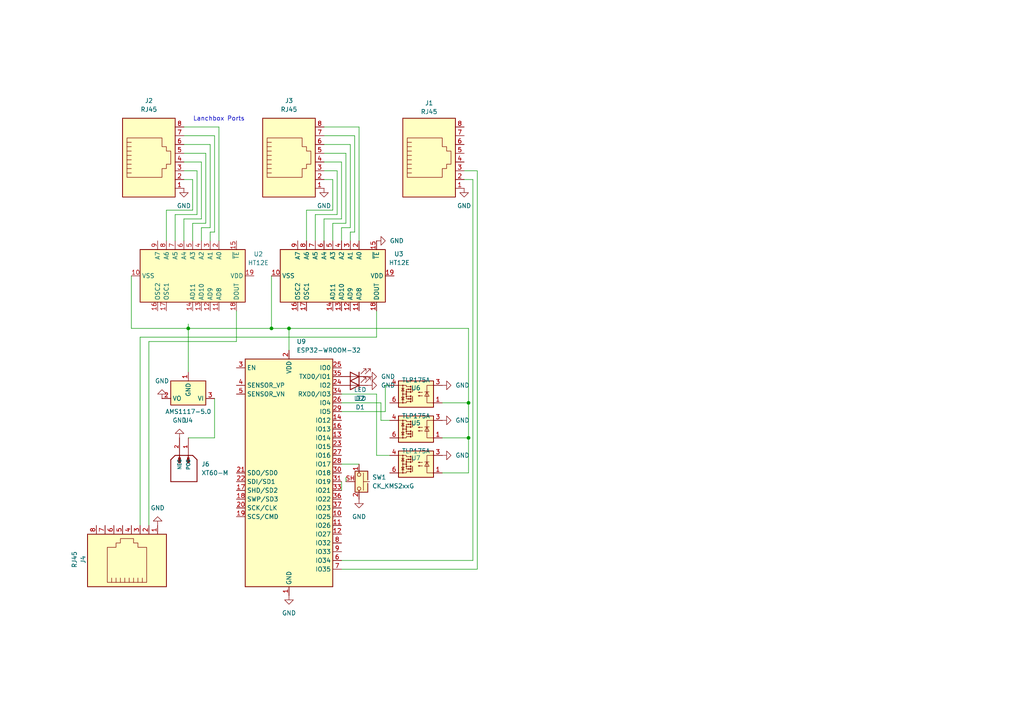
<source format=kicad_sch>
(kicad_sch (version 20231120) (generator "eeschema") (generator_version "8.0")
  (paper "A4")
  (lib_symbols
    (symbol "Connector:RJ45" (pin_names (offset 1.016))
      (property "Reference" "J" (at -5.08 13.97 0))
      (property "Value" "RJ45" (at 2.54 13.97 0))
      (symbol "RJ45_0_1"
        (polyline (pts (xy -5.08 4.445) (xy -6.35 4.445)))
        (polyline (pts (xy -5.08 5.715) (xy -6.35 5.715)))
        (polyline (pts (xy -6.35 -3.175) (xy -5.08 -3.175) (xy -5.08 -3.175)))
        (polyline (pts (xy -6.35 -1.905) (xy -5.08 -1.905) (xy -5.08 -1.905)))
        (polyline (pts (xy -6.35 -0.635) (xy -5.08 -0.635) (xy -5.08 -0.635)))
        (polyline (pts (xy -6.35 0.635) (xy -5.08 0.635) (xy -5.08 0.635)))
        (polyline (pts (xy -6.35 1.905) (xy -5.08 1.905) (xy -5.08 1.905)))
        (polyline (pts (xy -5.08 3.175) (xy -6.35 3.175) (xy -6.35 3.175)))
        (polyline (pts (xy -6.35 -4.445) (xy -6.35 6.985) (xy 3.81 6.985) (xy 3.81 4.445) (xy 5.08 4.445) (xy 5.08 3.175) (xy 6.35 3.175) (xy 6.35 -0.635) (xy 5.08 -0.635) (xy 5.08 -1.905) (xy 3.81 -1.905) (xy 3.81 -4.445) (xy -6.35 -4.445) (xy -6.35 -4.445)))
        (rectangle (start 7.62 12.7) (end -7.62 -10.16) (stroke (width 0.254)) (fill (type background)))
      )
      (symbol "RJ45_1_1"
        (pin passive line (at 10.16 -7.62 180) (length 2.54) (name "~") (number "1"))
        (pin passive line (at 10.16 -5.08 180) (length 2.54) (name "~") (number "2"))
        (pin passive line (at 10.16 -2.54 180) (length 2.54) (name "~") (number "3"))
        (pin passive line (at 10.16 0 180) (length 2.54) (name "~") (number "4"))
        (pin passive line (at 10.16 2.54 180) (length 2.54) (name "~") (number "5"))
        (pin passive line (at 10.16 5.08 180) (length 2.54) (name "~") (number "6"))
        (pin passive line (at 10.16 7.62 180) (length 2.54) (name "~") (number "7"))
        (pin passive line (at 10.16 10.16 180) (length 2.54) (name "~") (number "8"))
      )
    )
    (symbol "Device:LED" (pin_numbers hide) (pin_names (offset 1.016) hide)
      (property "Reference" "D" (at 0 2.54 0))
      (property "Value" "LED" (at 0 -2.54 0))
      (symbol "LED_0_1"
        (polyline (pts (xy -1.27 -1.27) (xy -1.27 1.27)) (stroke (width 0.254)))
        (polyline (pts (xy -1.27 0) (xy 1.27 0)))
        (polyline (pts (xy 1.27 -1.27) (xy 1.27 1.27) (xy -1.27 0) (xy 1.27 -1.27)) (stroke (width 0.254)))
        (polyline (pts (xy -3.048 -0.762) (xy -4.572 -2.286) (xy -3.81 -2.286) (xy -4.572 -2.286) (xy -4.572 -1.524)))
        (polyline (pts (xy -1.778 -0.762) (xy -3.302 -2.286) (xy -2.54 -2.286) (xy -3.302 -2.286) (xy -3.302 -1.524)))
      )
      (symbol "LED_1_1"
        (pin passive line (at -3.81 0 0) (length 2.54) (name "K") (number "1"))
        (pin passive line (at 3.81 0 180) (length 2.54) (name "A") (number "2"))
      )
    )
    (symbol "GND_8" (power) (pin_names (offset 0))
      (property "Value" "GND_8" (at 0 -3.81 0))
      (symbol "GND_8_0_1"
        (polyline (pts (xy 0 0) (xy 0 -1.27) (xy 1.27 -1.27) (xy 0 -2.54) (xy -1.27 -1.27) (xy 0 -1.27)))
      )
      (symbol "GND_8_1_1"
        (pin power_in line (at 0 0 270) (length 0) hide (name "GND") (number "1"))
      )
    )
    (symbol "Interface:HT12E"
      (property "Reference" "U" (at -6.35 16.51 0))
      (property "Value" "HT12E" (at 6.35 16.51 0))
      (symbol "HT12E_1_1"
        (rectangle (start -7.62 15.24) (end 7.62 -15.24) (stroke (width 0.254)) (fill (type background)))
        (pin no_connect line (at 7.62 -2.54 180) (length 2.54) hide (name "NC") (number "1"))
        (pin power_in line (at 0 -17.78 90) (length 2.54) (name "VSS") (number "10"))
        (pin output line (at 10.16 7.62 180) (length 2.54) (name "AD8") (number "11"))
        (pin output line (at 10.16 5.08 180) (length 2.54) (name "AD9") (number "12"))
        (pin output line (at 10.16 2.54 180) (length 2.54) (name "AD10") (number "13"))
        (pin output line (at 10.16 0 180) (length 2.54) (name "AD11") (number "14"))
        (pin input line (at -10.16 12.7 0) (length 2.54) (name "~{TE}") (number "15"))
        (pin output line (at 10.16 -10.16 180) (length 2.54) (name "OSC2") (number "16"))
        (pin input line (at 10.16 -7.62 180) (length 2.54) (name "OSC1") (number "17"))
        (pin output line (at 10.16 12.7 180) (length 2.54) (name "DOUT") (number "18"))
        (pin power_in line (at 0 17.78 270) (length 2.54) (name "VDD") (number "19"))
        (pin input line (at -10.16 7.62 0) (length 2.54) (name "A0") (number "2"))
        (pin no_connect line (at 7.62 -5.08 180) (length 2.54) hide (name "NC") (number "20"))
        (pin input line (at -10.16 5.08 0) (length 2.54) (name "A1") (number "3"))
        (pin input line (at -10.16 2.54 0) (length 2.54) (name "A2") (number "4"))
        (pin input line (at -10.16 0 0) (length 2.54) (name "A3") (number "5"))
        (pin input line (at -10.16 -2.54 0) (length 2.54) (name "A4") (number "6"))
        (pin input line (at -10.16 -5.08 0) (length 2.54) (name "A5") (number "7"))
        (pin input line (at -10.16 -7.62 0) (length 2.54) (name "A6") (number "8"))
        (pin input line (at -10.16 -10.16 0) (length 2.54) (name "A7") (number "9"))
      )
    )
    (symbol "LaunchboxPCBLib:XT60-M" (pin_names (offset 1.016))
      (property "Reference" "J2" (at -3.81 7.62 0))
      (property "Value" "XT60-M" (at -3.81 5.08 0))
      (symbol "XT60-M_0_0"
        (polyline (pts (xy 0 -1.27) (xy 1.27 -2.54)) (stroke (width 0.254)))
        (polyline (pts (xy 0 0) (xy 1.905 0)) (stroke (width 0.254)))
        (polyline (pts (xy 0 2.54) (xy 0 -1.27)) (stroke (width 0.254)))
        (polyline (pts (xy 0 2.54) (xy 1.905 2.54)) (stroke (width 0.254)))
        (polyline (pts (xy 0 3.81) (xy 0 2.54)) (stroke (width 0.254)))
        (polyline (pts (xy 0 3.81) (xy 1.27 5.08)) (stroke (width 0.254)))
        (polyline (pts (xy 1.27 -2.54) (xy 7.62 -2.54)) (stroke (width 0.254)))
        (polyline (pts (xy 7.62 -2.54) (xy 7.62 5.08)) (stroke (width 0.254)))
        (polyline (pts (xy 7.62 5.08) (xy 1.27 5.08)) (stroke (width 0.254)))
        (rectangle (start 0.635 -0.3175) (end 2.2225 0.3175) (stroke (width 0.1)) (fill (type outline)))
        (rectangle (start 0.635 2.2225) (end 2.2225 2.8575) (stroke (width 0.1)) (fill (type outline)))
        (pin passive line (at -5.08 2.54 0) (length 5.08) (name "POS") (number "1"))
        (pin passive line (at -5.08 0 0) (length 5.08) (name "NEG") (number "2"))
      )
    )
    (symbol "RF_Module:ESP32-WROOM-32"
      (property "Reference" "U" (at -12.7 34.29 0))
      (property "Value" "ESP32-WROOM-32" (at 1.27 34.29 0))
      (symbol "ESP32-WROOM-32_0_1"
        (rectangle (start -12.7 33.02) (end 12.7 -33.02) (stroke (width 0.254)) (fill (type background)))
      )
      (symbol "ESP32-WROOM-32_1_1"
        (pin power_in line (at 0 -35.56 90) (length 2.54) (name "GND") (number "1"))
        (pin bidirectional line (at 15.24 -12.7 180) (length 2.54) (name "IO25") (number "10"))
        (pin bidirectional line (at 15.24 -15.24 180) (length 2.54) (name "IO26") (number "11"))
        (pin bidirectional line (at 15.24 -17.78 180) (length 2.54) (name "IO27") (number "12"))
        (pin bidirectional line (at 15.24 10.16 180) (length 2.54) (name "IO14") (number "13"))
        (pin bidirectional line (at 15.24 15.24 180) (length 2.54) (name "IO12") (number "14"))
        (pin passive line (at 0 -35.56 90) (length 2.54) hide (name "GND") (number "15"))
        (pin bidirectional line (at 15.24 12.7 180) (length 2.54) (name "IO13") (number "16"))
        (pin bidirectional line (at -15.24 -5.08 0) (length 2.54) (name "SHD/SD2") (number "17"))
        (pin bidirectional line (at -15.24 -7.62 0) (length 2.54) (name "SWP/SD3") (number "18"))
        (pin bidirectional line (at -15.24 -12.7 0) (length 2.54) (name "SCS/CMD") (number "19"))
        (pin power_in line (at 0 35.56 270) (length 2.54) (name "VDD") (number "2"))
        (pin bidirectional line (at -15.24 -10.16 0) (length 2.54) (name "SCK/CLK") (number "20"))
        (pin bidirectional line (at -15.24 0 0) (length 2.54) (name "SDO/SD0") (number "21"))
        (pin bidirectional line (at -15.24 -2.54 0) (length 2.54) (name "SDI/SD1") (number "22"))
        (pin bidirectional line (at 15.24 7.62 180) (length 2.54) (name "IO15") (number "23"))
        (pin bidirectional line (at 15.24 25.4 180) (length 2.54) (name "IO2") (number "24"))
        (pin bidirectional line (at 15.24 30.48 180) (length 2.54) (name "IO0") (number "25"))
        (pin bidirectional line (at 15.24 20.32 180) (length 2.54) (name "IO4") (number "26"))
        (pin bidirectional line (at 15.24 5.08 180) (length 2.54) (name "IO16") (number "27"))
        (pin bidirectional line (at 15.24 2.54 180) (length 2.54) (name "IO17") (number "28"))
        (pin bidirectional line (at 15.24 17.78 180) (length 2.54) (name "IO5") (number "29"))
        (pin input line (at -15.24 30.48 0) (length 2.54) (name "EN") (number "3"))
        (pin bidirectional line (at 15.24 0 180) (length 2.54) (name "IO18") (number "30"))
        (pin bidirectional line (at 15.24 -2.54 180) (length 2.54) (name "IO19") (number "31"))
        (pin no_connect line (at -12.7 -27.94 0) (length 2.54) hide (name "NC") (number "32"))
        (pin bidirectional line (at 15.24 -5.08 180) (length 2.54) (name "IO21") (number "33"))
        (pin bidirectional line (at 15.24 22.86 180) (length 2.54) (name "RXD0/IO3") (number "34"))
        (pin bidirectional line (at 15.24 27.94 180) (length 2.54) (name "TXD0/IO1") (number "35"))
        (pin bidirectional line (at 15.24 -7.62 180) (length 2.54) (name "IO22") (number "36"))
        (pin bidirectional line (at 15.24 -10.16 180) (length 2.54) (name "IO23") (number "37"))
        (pin passive line (at 0 -35.56 90) (length 2.54) hide (name "GND") (number "38"))
        (pin passive line (at 0 -35.56 90) (length 2.54) hide (name "GND") (number "39"))
        (pin input line (at -15.24 25.4 0) (length 2.54) (name "SENSOR_VP") (number "4"))
        (pin input line (at -15.24 22.86 0) (length 2.54) (name "SENSOR_VN") (number "5"))
        (pin input line (at 15.24 -25.4 180) (length 2.54) (name "IO34") (number "6"))
        (pin input line (at 15.24 -27.94 180) (length 2.54) (name "IO35") (number "7"))
        (pin bidirectional line (at 15.24 -20.32 180) (length 2.54) (name "IO32") (number "8"))
        (pin bidirectional line (at 15.24 -22.86 180) (length 2.54) (name "IO33") (number "9"))
      )
    )
    (symbol "Regulator_Linear:AMS1117-5.0"
      (property "Reference" "U" (at -3.81 3.175 0))
      (property "Value" "AMS1117-5.0" (at 0 3.175 0))
      (symbol "AMS1117-5.0_0_1"
        (rectangle (start -5.08 -5.08) (end 5.08 1.905) (stroke (width 0.254)) (fill (type background)))
      )
      (symbol "AMS1117-5.0_1_1"
        (pin power_in line (at 0 -7.62 90) (length 2.54) (name "GND") (number "1"))
        (pin power_out line (at 7.62 0 180) (length 2.54) (name "VO") (number "2"))
        (pin power_in line (at -7.62 0 0) (length 2.54) (name "VI") (number "3"))
      )
    )
    (symbol "Relay_SolidState:TLP175A"
      (property "Reference" "U" (at -5.08 4.953 0))
      (property "Value" "TLP175A" (at -5.08 -5.08 0))
      (symbol "TLP175A_0_1"
        (rectangle (start -5.08 3.81) (end 5.08 -3.81) (stroke (width 0.254)) (fill (type background)))
        (polyline (pts (xy -3.81 -0.635) (xy -2.54 -0.635)))
        (polyline (pts (xy 1.016 -0.635) (xy 1.016 -2.159)) (stroke (width 0.2032)))
        (polyline (pts (xy 1.016 2.159) (xy 1.016 0.635)) (stroke (width 0.2032)))
        (polyline (pts (xy 1.524 -0.508) (xy 1.524 -0.762)) (stroke (width 0.3556)))
        (polyline (pts (xy 2.794 0) (xy 3.81 0)))
        (polyline (pts (xy 3.429 -1.651) (xy 4.191 -1.651)))
        (polyline (pts (xy 3.429 1.651) (xy 4.191 1.651)))
        (polyline (pts (xy 3.81 -2.54) (xy 3.81 2.54)))
        (polyline (pts (xy 1.524 -2.032) (xy 1.524 -2.286) (xy 1.524 -2.286)) (stroke (width 0.3556)))
        (polyline (pts (xy 1.524 -1.27) (xy 1.524 -1.524) (xy 1.524 -1.524)) (stroke (width 0.3556)))
        (polyline (pts (xy 1.524 0.762) (xy 1.524 0.508) (xy 1.524 0.508)) (stroke (width 0.3556)))
        (polyline (pts (xy 1.524 1.524) (xy 1.524 1.27) (xy 1.524 1.27)) (stroke (width 0.3556)))
        (polyline (pts (xy 1.524 2.286) (xy 1.524 2.032) (xy 1.524 2.032)) (stroke (width 0.3556)))
        (polyline (pts (xy 1.651 -1.397) (xy 2.794 -1.397) (xy 2.794 -0.635)))
        (polyline (pts (xy 1.651 1.397) (xy 2.794 1.397) (xy 2.794 0.635)))
        (polyline (pts (xy -5.08 2.54) (xy -3.175 2.54) (xy -3.175 -2.54) (xy -5.08 -2.54)))
        (polyline (pts (xy -3.175 -0.635) (xy -3.81 0.635) (xy -2.54 0.635) (xy -3.175 -0.635)))
        (polyline (pts (xy 1.651 -2.159) (xy 2.794 -2.159) (xy 2.794 -2.54) (xy 5.08 -2.54)))
        (polyline (pts (xy 1.651 -0.635) (xy 2.794 -0.635) (xy 2.794 0.635) (xy 1.651 0.635)))
        (polyline (pts (xy 1.651 2.159) (xy 2.794 2.159) (xy 2.794 2.54) (xy 5.08 2.54)))
        (polyline (pts (xy 1.778 -1.397) (xy 2.286 -1.27) (xy 2.286 -1.524) (xy 1.778 -1.397)))
        (polyline (pts (xy 1.778 1.397) (xy 2.286 1.524) (xy 2.286 1.27) (xy 1.778 1.397)))
        (polyline (pts (xy 3.81 -1.651) (xy 3.429 -0.889) (xy 4.191 -0.889) (xy 3.81 -1.651)))
        (polyline (pts (xy 3.81 1.651) (xy 3.429 0.889) (xy 4.191 0.889) (xy 3.81 1.651)))
        (polyline (pts (xy -1.905 -0.508) (xy -0.635 -0.508) (xy -1.016 -0.635) (xy -1.016 -0.381) (xy -0.635 -0.508)))
        (polyline (pts (xy -1.905 0.508) (xy -0.635 0.508) (xy -1.016 0.381) (xy -1.016 0.635) (xy -0.635 0.508)))
        (circle (center 2.794 -0.635) (radius 0.127))
        (circle (center 2.794 0) (radius 0.127))
        (circle (center 2.794 0.635) (radius 0.127))
        (circle (center 3.81 -2.54) (radius 0.127))
        (circle (center 3.81 0) (radius 0.127))
        (circle (center 3.81 2.54) (radius 0.127))
      )
      (symbol "TLP175A_1_1"
        (pin passive line (at -7.62 2.54 0) (length 2.54) (name "~") (number "1"))
        (pin passive line (at -7.62 -2.54 0) (length 2.54) (name "~") (number "3"))
        (pin passive line (at 7.62 -2.54 180) (length 2.54) (name "~") (number "4"))
        (pin passive line (at 7.62 2.54 180) (length 2.54) (name "~") (number "6"))
      )
    )
    (symbol "Switch:CK_KMS2xxG" (pin_names (offset 1.016) hide)
      (property "Reference" "SW" (at 4.318 2.032 0))
      (property "Value" "CK_KMS2xxG" (at 0 4.572 0))
      (symbol "CK_KMS2xxG_0_1"
        (circle (center -2.032 0) (radius 0.508))
        (polyline (pts (xy 0 1.27) (xy 0 3.048)))
        (polyline (pts (xy 2.54 1.27) (xy -2.54 1.27)))
        (polyline (pts (xy 0.508 2.54) (xy 3.048 2.54) (xy 3.048 -1.143) (xy -3.048 -1.143) (xy -3.048 2.54) (xy -0.508 2.54)) (stroke (width -0.0254)))
        (polyline (pts (xy 0.508 2.54) (xy 3.048 2.54) (xy 3.048 -1.143) (xy -3.048 -1.143) (xy -3.048 2.54) (xy -0.508 2.54)) (stroke (width 0.254)))
        (circle (center 2.032 0) (radius 0.508))
        (pin passive line (at -5.08 0 0) (length 2.54) (name "1") (number "1"))
        (pin passive line (at 5.08 0 180) (length 2.54) (name "2") (number "2"))
      )
      (symbol "CK_KMS2xxG_1_1"
        (rectangle (start -3.048 2.54) (end 3.048 -1.27) (stroke (width -0.0254)) (fill (type background)))
        (pin passive line (at 0 -3.81 90) (length 2.54) (name "B") (number "SH"))
      )
    )
    (symbol "power:GND" (power) (pin_numbers hide) (pin_names (offset 0) hide)
      (property "Value" "GND" (at 0 -3.81 0))
      (symbol "GND_0_1"
        (polyline (pts (xy 0 0) (xy 0 -1.27) (xy 1.27 -1.27) (xy 0 -2.54) (xy -1.27 -1.27) (xy 0 -1.27)))
      )
      (symbol "GND_1_1"
        (pin power_in line (at 0 0 270) (length 0) (name "~") (number "1"))
      )
    )
  )
  (junction (at 135.89 127))
  (junction (at 54.61 95.25))
  (junction (at 83.82 95.25))
  (junction (at 78.74 95.25))
  (junction (at 135.89 116.84))
  (wire (pts (xy 100.33 44.45) (xy 100.33 64.77)))
  (wire (pts (xy 111.76 119.38) (xy 111.76 111.76)))
  (wire (pts (xy 99.06 66.04) (xy 99.06 69.85)))
  (wire (pts (xy 135.89 127) (xy 135.89 137.16)))
  (wire (pts (xy 58.42 63.5) (xy 53.34 63.5)))
  (wire (pts (xy 57.15 49.53) (xy 57.15 62.23)))
  (wire (pts (xy 110.49 121.92) (xy 113.03 121.92)))
  (wire (pts (xy 78.74 80.01) (xy 78.74 95.25)))
  (wire (pts (xy 100.33 64.77) (xy 96.52 64.77)))
  (wire (pts (xy 137.16 52.07) (xy 137.16 162.56)))
  (wire (pts (xy 55.88 64.77) (xy 55.88 69.85)))
  (wire (pts (xy 62.23 127) (xy 62.23 115.57)))
  (wire (pts (xy 96.52 64.77) (xy 96.52 69.85)))
  (wire (pts (xy 78.74 95.25) (xy 83.82 95.25)))
  (wire (pts (xy 93.98 52.07) (xy 96.52 52.07)))
  (wire (pts (xy 53.34 39.37) (xy 62.23 39.37)))
  (wire (pts (xy 68.58 99.06) (xy 43.18 99.06)))
  (wire (pts (xy 83.82 95.25) (xy 83.82 101.6)))
  (wire (pts (xy 43.18 99.06) (xy 43.18 152.4)))
  (wire (pts (xy 99.06 114.3) (xy 109.22 114.3)))
  (wire (pts (xy 83.82 95.25) (xy 135.89 95.25)))
  (wire (pts (xy 58.42 66.04) (xy 58.42 69.85)))
  (wire (pts (xy 53.34 36.83) (xy 63.5 36.83)))
  (wire (pts (xy 138.43 49.53) (xy 138.43 165.1)))
  (wire (pts (xy 93.98 44.45) (xy 100.33 44.45)))
  (wire (pts (xy 38.1 80.01) (xy 38.1 95.25)))
  (wire (pts (xy 54.61 95.25) (xy 54.61 107.95)))
  (wire (pts (xy 101.6 67.31) (xy 101.6 69.85)))
  (wire (pts (xy 99.06 46.99) (xy 99.06 63.5)))
  (wire (pts (xy 40.64 97.79) (xy 40.64 152.4)))
  (wire (pts (xy 68.58 90.17) (xy 68.58 99.06)))
  (wire (pts (xy 59.69 64.77) (xy 55.88 64.77)))
  (wire (pts (xy 99.06 162.56) (xy 137.16 162.56)))
  (wire (pts (xy 93.98 36.83) (xy 104.14 36.83)))
  (wire (pts (xy 97.79 49.53) (xy 97.79 62.23)))
  (wire (pts (xy 128.27 116.84) (xy 135.89 116.84)))
  (wire (pts (xy 96.52 52.07) (xy 96.52 60.96)))
  (wire (pts (xy 104.14 36.83) (xy 104.14 69.85)))
  (wire (pts (xy 109.22 97.79) (xy 40.64 97.79)))
  (wire (pts (xy 38.1 95.25) (xy 54.61 95.25)))
  (wire (pts (xy 102.87 39.37) (xy 102.87 67.31)))
  (wire (pts (xy 53.34 44.45) (xy 59.69 44.45)))
  (wire (pts (xy 53.34 41.91) (xy 60.96 41.91)))
  (wire (pts (xy 134.62 52.07) (xy 137.16 52.07)))
  (wire (pts (xy 99.06 116.84) (xy 110.49 116.84)))
  (wire (pts (xy 55.88 60.96) (xy 48.26 60.96)))
  (wire (pts (xy 109.22 90.17) (xy 109.22 97.79)))
  (wire (pts (xy 135.89 95.25) (xy 135.89 116.84)))
  (wire (pts (xy 93.98 49.53) (xy 97.79 49.53)))
  (wire (pts (xy 59.69 44.45) (xy 59.69 64.77)))
  (wire (pts (xy 96.52 60.96) (xy 88.9 60.96)))
  (wire (pts (xy 60.96 41.91) (xy 60.96 66.04)))
  (wire (pts (xy 110.49 116.84) (xy 110.49 121.92)))
  (wire (pts (xy 109.22 132.08) (xy 113.03 132.08)))
  (wire (pts (xy 99.06 134.62) (xy 104.14 134.62)))
  (wire (pts (xy 135.89 137.16) (xy 128.27 137.16)))
  (wire (pts (xy 53.34 49.53) (xy 57.15 49.53)))
  (wire (pts (xy 54.61 127) (xy 62.23 127)))
  (wire (pts (xy 48.26 60.96) (xy 48.26 69.85)))
  (wire (pts (xy 101.6 67.31) (xy 102.87 67.31)))
  (wire (pts (xy 63.5 36.83) (xy 63.5 69.85)))
  (wire (pts (xy 50.8 62.23) (xy 50.8 69.85)))
  (wire (pts (xy 101.6 41.91) (xy 101.6 66.04)))
  (wire (pts (xy 135.89 116.84) (xy 135.89 127)))
  (wire (pts (xy 99.06 119.38) (xy 111.76 119.38)))
  (wire (pts (xy 60.96 67.31) (xy 60.96 69.85)))
  (wire (pts (xy 88.9 60.96) (xy 88.9 69.85)))
  (wire (pts (xy 101.6 66.04) (xy 99.06 66.04)))
  (wire (pts (xy 93.98 63.5) (xy 93.98 69.85)))
  (wire (pts (xy 134.62 49.53) (xy 138.43 49.53)))
  (wire (pts (xy 53.34 63.5) (xy 53.34 69.85)))
  (wire (pts (xy 53.34 52.07) (xy 55.88 52.07)))
  (wire (pts (xy 91.44 62.23) (xy 91.44 69.85)))
  (wire (pts (xy 54.61 95.25) (xy 78.74 95.25)))
  (wire (pts (xy 99.06 142.24) (xy 99.06 139.7)))
  (wire (pts (xy 93.98 46.99) (xy 99.06 46.99)))
  (wire (pts (xy 100.33 139.7) (xy 100.33 138.43)))
  (wire (pts (xy 54.61 93.98) (xy 54.61 95.25)))
  (wire (pts (xy 99.06 165.1) (xy 138.43 165.1)))
  (wire (pts (xy 57.15 62.23) (xy 50.8 62.23)))
  (wire (pts (xy 111.76 111.76) (xy 113.03 111.76)))
  (wire (pts (xy 97.79 62.23) (xy 91.44 62.23)))
  (wire (pts (xy 99.06 63.5) (xy 93.98 63.5)))
  (wire (pts (xy 93.98 39.37) (xy 102.87 39.37)))
  (wire (pts (xy 60.96 66.04) (xy 58.42 66.04)))
  (wire (pts (xy 93.98 41.91) (xy 101.6 41.91)))
  (wire (pts (xy 62.23 39.37) (xy 62.23 67.31)))
  (wire (pts (xy 128.27 127) (xy 135.89 127)))
  (wire (pts (xy 62.23 67.31) (xy 60.96 67.31)))
  (wire (pts (xy 109.22 114.3) (xy 109.22 132.08)))
  (wire (pts (xy 53.34 46.99) (xy 58.42 46.99)))
  (wire (pts (xy 58.42 46.99) (xy 58.42 63.5)))
  (wire (pts (xy 55.88 52.07) (xy 55.88 60.96)))
  (text "Lanchbox Ports" (at 63.5 34.544 0) (effects (font (size 1.27 1.27))))
  (symbol (lib_name "GND_8") (lib_id "power:GND") (at 45.72 152.4 180) (unit 1)
    (property "Reference" "#PWR05" (effects (hide yes)))
    (property "Value" "GND" (at 45.72 147.32 0))
  )
  (symbol (lib_id "Device:LED") (at 102.87 111.76 180) (unit 1)
    (property "Reference" "D1" (at 104.4575 118.11 0))
    (property "Value" "LED" (at 104.4575 115.57 0))
    (property "Description" "Light emitting diode" (effects (hide yes)))
  )
  (symbol (lib_name "GND_8") (lib_id "power:GND") (at 104.14 144.78 0) (unit 1)
    (property "Reference" "#PWR08" (effects (hide yes)))
    (property "Value" "GND" (at 104.14 149.86 0))
  )
  (symbol (lib_id "power:GND") (at 93.98 54.61 0) (unit 1)
    (property "Reference" "#PWR03" (effects (hide yes)))
    (property "Value" "GND" (at 93.98 59.69 0))
    (property "Description" "Power symbol creates a global label with name \"GND\" , ground" (effects (hide yes)))
  )
  (symbol (lib_id "Connector:RJ45") (at 83.82 46.99 0) (unit 1)
    (property "Reference" "J3" (at 83.82 29.21 0))
    (property "Value" "RJ45" (at 83.82 31.75 0))
    (property "Description" "RJ connector, 8P8C (8 positions 8 connected)" (effects (hide yes)))
  )
  (symbol (lib_id "Connector:RJ45") (at 124.46 46.99 0) (unit 1)
    (property "Reference" "J1" (at 124.46 29.8824 0))
    (property "Value" "RJ45" (at 124.46 32.4224 0))
    (property "Description" "RJ connector, 8P8C (8 positions 8 connected)" (effects (hide yes)))
  )
  (symbol (lib_id "Connector:RJ45") (at 38.1 162.56 90) (unit 1)
    (property "Reference" "J4" (at 24.13 162.306 0))
    (property "Value" "RJ45" (at 21.59 162.306 0))
    (property "Description" "RJ connector, 8P8C (8 positions 8 connected)" (effects (hide yes)))
  )
  (symbol (lib_name "GND_8") (lib_id "power:GND") (at 83.82 172.72 0) (unit 1)
    (property "Reference" "#PWR07" (effects (hide yes)))
    (property "Value" "GND" (at 83.82 177.8 0))
  )
  (symbol (lib_name "GND_8") (lib_id "power:GND") (at 106.68 109.22 90) (unit 1)
    (property "Reference" "#PWR09" (effects (hide yes)))
    (property "Value" "GND" (at 110.49 109.2199 90) (effects (justify right)))
  )
  (symbol (lib_id "Relay_SolidState:TLP175A") (at 120.65 114.3 180) (unit 1)
    (property "Reference" "U5" (at 120.65 122.682 0))
    (property "Value" "TLP175A" (at 120.65 120.65 0))
    (property "Footprint" "Package_SO:MFSOP6-4_4.4x3.6mm_P1.27mm" (effects (hide yes)))
    (property "Datasheet" "https://toshiba.semicon-storage.com/info/docget.jsp?did=13665&prodName=TLP175A" (effects (hide yes)))
    (property "Description" "MOSFET Photorelay 1-Form-A, Voff 60V, Ion 100mA, SOP6" (effects (hide yes)))
  )
  (symbol (lib_name "GND_8") (lib_id "power:GND") (at 106.68 111.76 90) (unit 1)
    (property "Reference" "#PWR010" (effects (hide yes)))
    (property "Value" "GND" (at 110.49 111.7599 90) (effects (justify right)))
  )
  (symbol (lib_id "Connector:RJ45") (at 43.18 46.99 0) (unit 1)
    (property "Reference" "J2" (at 43.18 29.21 0))
    (property "Value" "RJ45" (at 43.18 31.75 0))
    (property "Description" "RJ connector, 8P8C (8 positions 8 connected)" (effects (hide yes)))
  )
  (symbol (lib_id "power:GND") (at 53.34 54.61 0) (unit 1)
    (property "Reference" "#PWR014" (effects (hide yes)))
    (property "Value" "GND" (at 53.34 59.69 0))
    (property "Description" "Power symbol creates a global label with name \"GND\" , ground" (effects (hide yes)))
  )
  (symbol (lib_id "power:GND") (at 128.27 132.08 90) (unit 1)
    (property "Reference" "#PWR013" (effects (hide yes)))
    (property "Value" "GND" (at 132.08 132.0799 90) (effects (justify right)))
    (property "Description" "Power symbol creates a global label with name \"GND\" , ground" (effects (hide yes)))
  )
  (symbol (lib_id "power:GND") (at 109.22 69.85 90) (unit 1)
    (property "Reference" "#PWR04" (effects (hide yes)))
    (property "Value" "GND" (at 113.03 69.8499 90) (effects (justify right)))
    (property "Description" "Power symbol creates a global label with name \"GND\" , ground" (effects (hide yes)))
  )
  (symbol (lib_id "LaunchboxPCBLib:XT60-M") (at 52.07 132.08 270) (unit 1)
    (property "Reference" "J6" (at 58.42 134.6199 90) (effects (justify left)))
    (property "Value" "XT60-M" (at 58.42 137.1599 90) (effects (justify left)))
    (property "Footprint" "Connector_AMASS:AMASS_XT60-M_1x02_P7.20mm_Vertical" (effects (hide yes)))
  )
  (symbol (lib_id "RF_Module:ESP32-WROOM-32") (at 83.82 137.16 0) (unit 1)
    (property "Reference" "U9" (at 86.0141 99.06 0) (effects (justify left)))
    (property "Value" "ESP32-WROOM-32" (at 86.0141 101.6 0) (effects (justify left)))
    (property "Footprint" "RF_Module:ESP32-WROOM-32" (effects (hide yes)))
    (property "Datasheet" "https://www.espressif.com/sites/default/files/documentation/esp32-wroom-32_datasheet_en.pdf" (effects (hide yes)))
    (property "Description" "RF Module, ESP32-D0WDQ6 SoC, Wi-Fi 802.11b/g/n, Bluetooth, BLE, 32-bit, 2.7-3.6V, onboard antenna, SMD" (effects (hide yes)))
  )
  (symbol (lib_id "Switch:CK_KMS2xxG") (at 104.14 139.7 270) (unit 1)
    (property "Reference" "SW1" (at 107.95 138.4299 90) (effects (justify left)))
    (property "Value" "CK_KMS2xxG" (at 107.95 140.9699 90) (effects (justify left)))
    (property "Footprint" "Button_Switch_SMD:SW_SPST_CK_KMS2xxGP" (effects (hide yes)))
    (property "Datasheet" "https://www.ckswitches.com/media/1482/kms.pdf" (effects (hide yes)))
    (property "Description" "Microminiature SMT Side Actuated, 4.2 x 2.8 x 1.42mm, without pegs, with shield pin" (effects (hide yes)))
  )
  (symbol (lib_id "power:GND") (at 128.27 121.92 90) (unit 1)
    (property "Reference" "#PWR012" (effects (hide yes)))
    (property "Value" "GND" (at 132.08 121.9199 90) (effects (justify right)))
    (property "Description" "Power symbol creates a global label with name \"GND\" , ground" (effects (hide yes)))
  )
  (symbol (lib_id "Regulator_Linear:AMS1117-5.0") (at 54.61 115.57 180) (unit 1)
    (property "Reference" "U4" (at 54.61 121.92 0))
    (property "Value" "AMS1117-5.0" (at 54.61 119.38 0))
    (property "Footprint" "Package_TO_SOT_SMD:SOT-223-3_TabPin2" (effects (hide yes)))
    (property "Datasheet" "http://www.advanced-monolithic.com/pdf/ds1117.pdf" (effects (hide yes)))
    (property "Description" "1A Low Dropout regulator, positive, 5.0V fixed output, SOT-223" (effects (hide yes)))
  )
  (symbol (lib_id "power:GND") (at 128.27 111.76 90) (unit 1)
    (property "Reference" "#PWR011" (effects (hide yes)))
    (property "Value" "GND" (at 132.08 111.7599 90) (effects (justify right)))
    (property "Description" "Power symbol creates a global label with name \"GND\" , ground" (effects (hide yes)))
  )
  (symbol (lib_id "Relay_SolidState:TLP175A") (at 120.65 134.62 180) (unit 1)
    (property "Reference" "U6" (at 120.65 112.522 0))
    (property "Value" "TLP175A" (at 120.65 110.236 0))
    (property "Footprint" "Package_SO:MFSOP6-4_4.4x3.6mm_P1.27mm" (effects (hide yes)))
    (property "Datasheet" "https://toshiba.semicon-storage.com/info/docget.jsp?did=13665&prodName=TLP175A" (effects (hide yes)))
    (property "Description" "MOSFET Photorelay 1-Form-A, Voff 60V, Ion 100mA, SOP6" (effects (hide yes)))
  )
  (symbol (lib_name "GND_8") (lib_id "power:GND") (at 52.07 127 180) (unit 1)
    (property "Reference" "#PWR01" (effects (hide yes)))
    (property "Value" "GND" (at 52.07 121.92 0))
  )
  (symbol (lib_id "Interface:HT12E") (at 55.88 80.01 270) (unit 1)
    (property "Reference" "U2" (at 74.93 73.6914 90))
    (property "Value" "HT12E" (at 74.93 76.2314 90))
    (property "Footprint" "Package_SO:SOP-20_7.5x12.8mm_P1.27mm" (effects (hide yes)))
    (property "Datasheet" "https://www.holtek.com/documents/10179/116711/2_12ev120.pdf" (effects (hide yes)))
    (property "Description" "2^12 serial encoder, SOP-20" (effects (hide yes)))
  )
  (symbol (lib_id "power:GND") (at 46.99 115.57 180) (unit 1)
    (property "Reference" "#PWR02" (effects (hide yes)))
    (property "Value" "GND" (at 46.99 110.49 0))
    (property "Description" "Power symbol creates a global label with name \"GND\" , ground" (effects (hide yes)))
  )
  (symbol (lib_id "Relay_SolidState:TLP175A") (at 120.65 124.46 180) (unit 1)
    (property "Reference" "U7" (at 120.65 132.842 0))
    (property "Value" "TLP175A" (at 120.65 130.81 0))
    (property "Footprint" "Package_SO:MFSOP6-4_4.4x3.6mm_P1.27mm" (effects (hide yes)))
    (property "Datasheet" "https://toshiba.semicon-storage.com/info/docget.jsp?did=13665&prodName=TLP175A" (effects (hide yes)))
    (property "Description" "MOSFET Photorelay 1-Form-A, Voff 60V, Ion 100mA, SOP6" (effects (hide yes)))
  )
  (symbol (lib_id "Interface:HT12E") (at 96.52 80.01 270) (unit 1)
    (property "Reference" "U3" (at 114.3 73.66 90) (effects (justify left)))
    (property "Value" "HT12E" (at 112.776 76.2 90) (effects (justify left)))
    (property "Footprint" "Package_SO:SOP-20_7.5x12.8mm_P1.27mm" (effects (hide yes)))
    (property "Datasheet" "https://www.holtek.com/documents/10179/116711/2_12ev120.pdf" (effects (hide yes)))
    (property "Description" "2^12 serial encoder, SOP-20" (effects (hide yes)))
  )
  (symbol (lib_id "power:GND") (at 134.62 54.61 0) (unit 1)
    (property "Reference" "#PWR015" (effects (hide yes)))
    (property "Value" "GND" (at 134.62 59.69 0))
    (property "Description" "Power symbol creates a global label with name \"GND\" , ground" (effects (hide yes)))
  )
  (symbol (lib_id "Device:LED") (at 102.87 109.22 180) (unit 1)
    (property "Reference" "D2" (at 104.4575 115.57 0))
    (property "Value" "LED" (at 104.4575 113.03 0))
    (property "Description" "Light emitting diode" (effects (hide yes)))
  )
)
</source>
